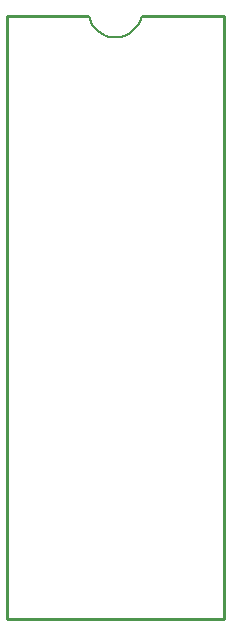
<source format=gko>
%FSLAX44Y44*%
%MOMM*%
G71*
G01*
G75*
%ADD10C,0.2000*%
%ADD11C,0.4000*%
%ADD12C,0.3300*%
%ADD13C,0.2540*%
%ADD14C,0.2286*%
%ADD15C,1.4500*%
%ADD16R,1.4500X1.4500*%
%ADD17C,1.5000*%
%ADD18R,1.5000X1.5000*%
%ADD19R,0.6000X0.5000*%
%ADD20C,1.0000*%
%ADD21C,0.3000*%
%ADD22C,0.7000*%
%ADD23C,0.1500*%
%ADD24C,0.3500*%
%ADD25C,0.1270*%
%ADD26C,1.6532*%
%ADD27R,1.6532X1.6532*%
%ADD28C,1.7032*%
%ADD29R,1.7032X1.7032*%
%ADD30R,0.8032X0.7032*%
%ADD31C,2.0000*%
%ADD32C,0.1778*%
D13*
X2255392Y2401697D02*
X2324226D01*
X2255392Y1891157D02*
X2438780D01*
Y2401697D01*
X2255392Y1891157D02*
Y2401697D01*
X2369946D02*
X2438780D01*
D32*
X2324812Y2401635D02*
X2325526Y2399178D01*
X2326510Y2396816D01*
X2327752Y2394579D01*
X2329237Y2392494D01*
X2330945Y2390589D01*
X2332855Y2388887D01*
X2334944Y2387408D01*
X2337184Y2386173D01*
X2339549Y2385195D01*
X2342008Y2384488D01*
X2344531Y2384060D01*
X2347086Y2383917D01*
X2349641Y2384060D01*
X2352163Y2384488D01*
X2354622Y2385195D01*
X2356987Y2386173D01*
X2359228Y2387408D01*
X2361316Y2388887D01*
X2363227Y2390589D01*
X2364935Y2392494D01*
X2366419Y2394579D01*
X2367661Y2396816D01*
X2368646Y2399178D01*
X2369360Y2401635D01*
M02*

</source>
